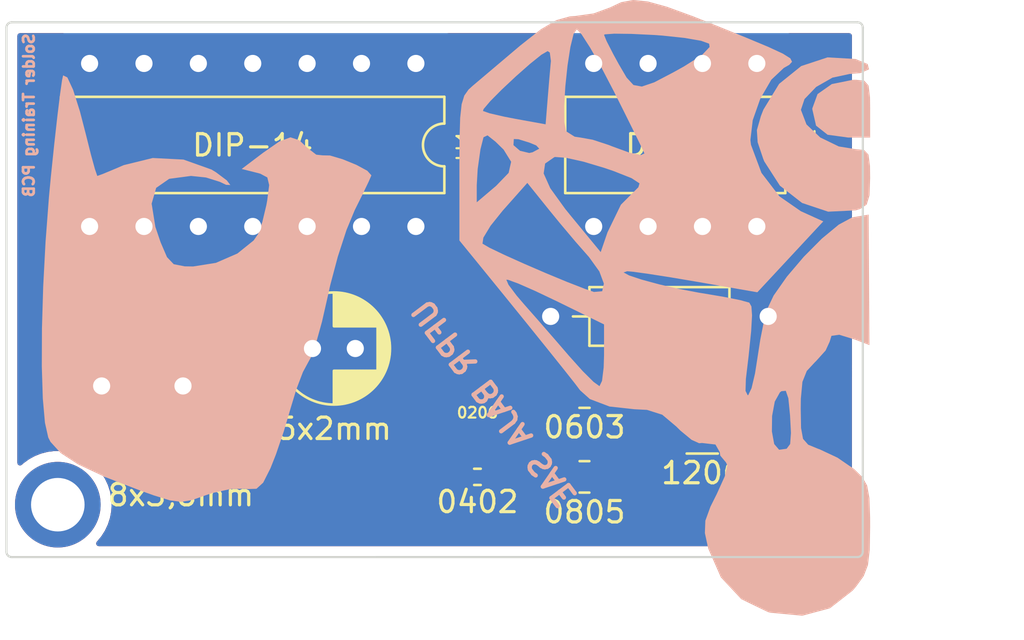
<source format=kicad_pcb>
(kicad_pcb (version 20211014) (generator pcbnew)
  (layers (0 "F.Cu" signal) (31 "B.Cu" signal) (34 "B.Paste" user) (35 "F.Paste" user) (36 "B.SilkS" user "B.Silkscreen") (37 "F.SilkS" user "F.Silkscreen") (38 "B.Mask" user) (39 "F.Mask" user) (44 "Edge.Cuts" user))
  (net 0 "")
  (net 1 "GND")
  (footprint "Package_DIP:DIP-14_W7.62mm_LongPads" (layer "F.Cu") (at 139.875 74.175 -90)
    (fp_text reference "U1" (at 3.81 -2.33 90) (layer "F.SilkS") (effects (font (size 0.8 0.8) (thickness 0.1))))
    (fp_text value "DIP-14" (at 3.825 7.625 180) (layer "F.SilkS"))
    (fp_line (start 1.56 16.57) (end 6.06 16.57) (layer "F.SilkS") (width 0.12))
    (fp_line (start 6.06 -1.33) (end 4.81 -1.33) (layer "F.SilkS") (width 0.12))
    (fp_line (start 6.06 16.57) (end 6.06 -1.33) (layer "F.SilkS") (width 0.12))
    (fp_line (start 1.56 -1.33) (end 1.56 16.57) (layer "F.SilkS") (width 0.12))
    (fp_line (start 2.81 -1.33) (end 1.56 -1.33) (layer "F.SilkS") (width 0.12))
    (fp_arc (start 4.81 -1.33) (mid 3.81 -0.33) (end 2.81 -1.33) (layer "F.SilkS") (width 0.12))
    (pad "1" thru_hole rect (at 0 0 270) (size 2.4 1.6) (drill 0.8) (layers *.Cu *.Mask) (net 1 "GND"))
    (pad "2" thru_hole oval (at 0 2.54 270) (size 2.4 1.6) (drill 0.8) (layers *.Cu *.Mask) (net 1 "GND"))
    (pad "3" thru_hole oval (at 0 5.08 270) (size 2.4 1.6) (drill 0.8) (layers *.Cu *.Mask) (net 1 "GND"))
    (pad "4" thru_hole oval (at 0 7.62 270) (size 2.4 1.6) (drill 0.8) (layers *.Cu *.Mask) (net 1 "GND"))
    (pad "5" thru_hole oval (at 0 10.16 270) (size 2.4 1.6) (drill 0.8) (layers *.Cu *.Mask) (net 1 "GND"))
    (pad "6" thru_hole oval (at 0 12.7 270) (size 2.4 1.6) (drill 0.8) (layers *.Cu *.Mask) (net 1 "GND"))
    (pad "7" thru_hole oval (at 0 15.24 270) (size 2.4 1.6) (drill 0.8) (layers *.Cu *.Mask) (net 1 "GND"))
    (pad "8" thru_hole oval (at 7.62 15.24 270) (size 2.4 1.6) (drill 0.8) (layers *.Cu *.Mask) (net 1 "GND"))
    (pad "9" thru_hole oval (at 7.62 12.7 270) (size 2.4 1.6) (drill 0.8) (layers *.Cu *.Mask) (net 1 "GND"))
    (pad "10" thru_hole oval (at 7.62 10.16 270) (size 2.4 1.6) (drill 0.8) (layers *.Cu *.Mask) (net 1 "GND"))
    (pad "11" thru_hole oval (at 7.62 7.62 270) (size 2.4 1.6) (drill 0.8) (layers *.Cu *.Mask) (net 1 "GND"))
    (pad "12" thru_hole oval (at 7.62 5.08 270) (size 2.4 1.6) (drill 0.8) (layers *.Cu *.Mask) (net 1 "GND"))
    (pad "13" thru_hole oval (at 7.62 2.54 270) (size 2.4 1.6) (drill 0.8) (layers *.Cu *.Mask) (net 1 "GND"))
    (pad "14" thru_hole oval (at 7.62 0 270) (size 2.4 1.6) (drill 0.8) (layers *.Cu *.Mask) (net 1 "GND"))
  )
  (footprint "Package_DIP:DIP-8_W7.62mm_LongPads" (layer "F.Cu") (at 155.8 74.175 -90)
    (fp_text reference "U2" (at 3.81 -2.33 90) (layer "F.SilkS") (effects (font (size 0.8 0.8) (thickness 0.1))))
    (fp_text value "DIP-8" (at 3.825 3.8 180) (layer "F.SilkS"))
    (fp_line (start 1.56 8.95) (end 6.06 8.95) (layer "F.SilkS") (width 0.12))
    (fp_line (start 1.56 -1.33) (end 1.56 8.95) (layer "F.SilkS") (width 0.12))
    (fp_line (start 6.06 -1.33) (end 4.81 -1.33) (layer "F.SilkS") (width 0.12))
    (fp_line (start 6.06 8.95) (end 6.06 -1.33) (layer "F.SilkS") (width 0.12))
    (fp_line (start 2.81 -1.33) (end 1.56 -1.33) (layer "F.SilkS") (width 0.12))
    (fp_arc (start 4.81 -1.33) (mid 3.81 -0.33) (end 2.81 -1.33) (layer "F.SilkS") (width 0.12))
    (pad "1" thru_hole rect (at 0 0 270) (size 2.4 1.6) (drill 0.8) (layers *.Cu *.Mask) (net 1 "GND"))
    (pad "2" thru_hole oval (at 0 2.54 270) (size 2.4 1.6) (drill 0.8) (layers *.Cu *.Mask) (net 1 "GND"))
    (pad "3" thru_hole oval (at 0 5.08 270) (size 2.4 1.6) (drill 0.8) (layers *.Cu *.Mask) (net 1 "GND"))
    (pad "4" thru_hole oval (at 0 7.62 270) (size 2.4 1.6) (drill 0.8) (layers *.Cu *.Mask) (net 1 "GND"))
    (pad "5" thru_hole oval (at 7.62 7.62 270) (size 2.4 1.6) (drill 0.8) (layers *.Cu *.Mask) (net 1 "GND"))
    (pad "6" thru_hole oval (at 7.62 5.08 270) (size 2.4 1.6) (drill 0.8) (layers *.Cu *.Mask) (net 1 "GND"))
    (pad "7" thru_hole oval (at 7.62 2.54 270) (size 2.4 1.6) (drill 0.8) (layers *.Cu *.Mask) (net 1 "GND"))
    (pad "8" thru_hole oval (at 7.62 0 270) (size 2.4 1.6) (drill 0.8) (layers *.Cu *.Mask) (net 1 "GND"))
  )
  (footprint "LOGO" (layer "F.Cu") (at 151.635107 85.204738 90)
    (fp_text reference "G***" hide)
    (fp_text value "LOGO" hide)
    (fp_poly (pts (xy 9.597745 7.000014) (xy 10.065909 7.666334) (xy 10.265373 8.652634) (xy 10.268086 8.794629) (xy 10.222462 9.188199) (xy 9.993615 9.384551) (xy 9.443575 9.451371) (xy 8.917022 9.457446) (xy 7.565958 9.457446) (xy 7.565958 8.430638) (xy 7.697326 7.469173) (xy 8.122963 6.930209) (xy 8.890172 6.755551) (xy 8.927691 6.755319)) (layer "B.SilkS") (width 0) (fill solid))
    (fp_poly (pts (xy 8.567968 4.353273) (xy 8.87234 4.47216) (xy 10.074928 5.204509) (xy 10.907749 6.237279) (xy 11.313821 7.466722) (xy 11.238421 8.780138) (xy 11.000426 9.342935) (xy 10.75333 9.404731) (xy 10.577051 8.997571) (xy 10.538298 8.499419) (xy 10.366108 7.696591) (xy 9.933194 6.937234) (xy 9.365043 6.391698) (xy 8.861751 6.223487) (xy 8.1793 6.483459) (xy 7.570912 7.124942) (xy 7.150381 7.990486) (xy 7.025532 8.76415) (xy 6.983879 9.175953) (xy 6.766433 9.381011) (xy 6.234466 9.450785) (xy 5.679617 9.457446) (xy 4.865286 9.428813) (xy 4.432667 9.295443) (xy 4.224087 8.986138) (xy 4.161658 8.771973) (xy 4.101093 7.49571) (xy 4.508482 6.278248) (xy 5.315145 5.242304) (xy 6.452402 4.510593) (xy 6.573887 4.46184) (xy 7.344601 4.202668) (xy 7.912534 4.166044)) (layer "B.SilkS") (width 0) (fill solid))
    (fp_poly (pts (xy 7.515606 -9.72145) (xy 8.486756 -9.692019) (xy 9.123651 -9.623168) (xy 9.529356 -9.498697) (xy 9.806933 -9.302405) (xy 9.975052 -9.119681) (xy 10.399843 -8.617632) (xy 11.043404 -7.85745) (xy 11.775176 -6.99335) (xy 11.862353 -6.890426) (xy 12.623987 -5.928247) (xy 13.056976 -5.195868) (xy 13.233139 -4.5602) (xy 13.2476 -4.323405) (xy 13.36971 -3.456161) (xy 13.645745 -2.702128) (xy 13.895402 -2.168186) (xy 13.995737 -1.613746) (xy 13.930043 -0.937117) (xy 13.681612 -0.036606) (xy 13.233734 1.189481) (xy 12.846371 2.163173) (xy 12.239069 3.659597) (xy 11.797981 4.713724) (xy 11.486598 5.384214) (xy 11.268406 5.72973) (xy 11.106895 5.808935) (xy 10.965552 5.68049) (xy 10.818033 5.422046) (xy 10.268382 4.840287) (xy 9.385872 4.327851) (xy 8.377735 3.973047) (xy 7.451204 3.864186) (xy 7.226287 3.891444) (xy 5.915939 4.380522) (xy 4.816567 5.221332) (xy 4.121586 6.222902) (xy 3.647873 7.268725) (xy 0.333317 4.188297) (xy 0.827362 1.351063) (xy 1.031321 0.141066) (xy 1.193458 -0.894589) (xy 1.241802 -1.24579) (xy 6.749014 -1.24579) (xy 6.822873 -1.085868) (xy 7.07598 -1.201669) (xy 7.084002 -1.205581) (xy 9.949919 -1.205581) (xy 10.147999 -0.62544) (xy 10.612273 0.260843) (xy 10.89048 0.761142) (xy 11.417461 1.596185) (xy 11.798925 1.958492) (xy 11.953643 1.935293) (xy 12.088964 1.56029) (xy 12.222467 0.787784) (xy 12.331689 -0.239699) (xy 12.361065 -0.649785) (xy 12.411221 -1.692827) (xy 12.421314 -2.49325) (xy 12.391041 -2.928189) (xy 12.366804 -2.972341) (xy 12.071537 -2.851182) (xy 11.465406 -2.540615) (xy 10.991934 -2.28169) (xy 10.367977 -1.916452) (xy 10.021941 -1.596834) (xy 9.949919 -1.205581) (xy 7.084002 -1.205581) (xy 7.714406 -1.513012) (xy 8.640947 -1.972059) (xy 9.72766 -2.515529) (xy 10.845294 -3.098734) (xy 11.766246 -3.621032) (xy 12.392291 -4.02384) (xy 12.62458 -4.243294) (xy 12.407457 -4.394434) (xy 11.794734 -4.544274) (xy 10.931059 -4.677654) (xy 9.961079 -4.779411) (xy 9.029443 -4.834382) (xy 8.280797 -4.827406) (xy 7.85979 -4.743319) (xy 7.859003 -4.742835) (xy 7.607055 -4.345867) (xy 7.565958 -4.070244) (xy 7.464539 -3.50319) (xy 7.215033 -2.743323) (xy 7.160639 -2.6087) (xy 6.861276 -1.788974) (xy 6.749014 -1.24579) (xy 1.241802 -1.24579) (xy 1.294022 -1.625155) (xy 1.317196 -1.89149) (xy 1.260926 -2.058842) (xy 1.120531 -1.79939) (xy 0.925713 -1.214632) (xy 0.706174 -0.406067) (xy 0.491617 0.524808) (xy 0.311742 1.476493) (xy 0.287821 1.626129) (xy 0.1213 2.614007) (xy -0.033941 3.389485) (xy -0.146954 3.799685) (xy -0.15548 3.815944) (xy -0.329885 3.912099) (xy -0.746649 3.9411) (xy -1.48441 3.899351) (xy -2.621804 3.78326) (xy -3.72148 3.652951) (xy -4.276342 3.636845) (xy -4.480327 3.738853) (xy -4.47063 3.763368) (xy -4.146905 3.918173) (xy -3.462123 4.079532) (xy -2.910852 4.165841) (xy -1.874959 4.326439) (xy -0.890976 4.521515) (xy -0.540425 4.607592) (xy 0.179842 4.947845) (xy 1.063873 5.567923) (xy 1.9914 6.356204) (xy 2.842153 7.201065) (xy 3.495864 7.990884) (xy 3.832264 8.614037) (xy 3.846834 8.679449) (xy 3.964902 9.387621) (xy 0.91463 9.405855) (xy -2.135643 9.424088) (xy -1.87846 8.747645) (xy -1.65187 8.012125) (xy -1.70279 7.650349) (xy -1.977866 7.565957) (xy -2.388536 7.377257) (xy -2.895656 6.920127) (xy -2.921824 6.890425) (xy -3.344031 6.498022) (xy -3.854871 6.293647) (xy -4.639016 6.220322) (xy -5.1113 6.214893) (xy -6.008647 6.229995) (xy -6.517797 6.322374) (xy -6.79094 6.56264) (xy -6.980262 7.021401) (xy -7.00411 7.093085) (xy -7.399345 7.935001) (xy -7.934697 8.714361) (xy -8.305808 9.095513) (xy -8.70382 9.318062) (xy -9.281578 9.424178) (xy -10.19193 9.456035) (xy -10.627887 9.457446) (xy -11.706982 9.439763) (xy -12.418846 9.355107) (xy -12.936322 9.156073) (xy -13.432251 8.795255) (xy -13.614007 8.638427) (xy -14.439041 7.578479) (xy -14.786261 6.286726) (xy -14.685947 5.224113) (xy -7.025532 5.224113) (xy -6.980068 5.55524) (xy -6.76011 5.72058) (xy -6.240308 5.758381) (xy -5.416069 5.715211) (xy -4.619356 5.636531) (xy -4.273379 5.517472) (xy -4.288449 5.318412) (xy -4.345654 5.242339) (xy -4.775326 5.002673) (xy -5.446522 4.877516) (xy -6.170717 4.868149) (xy -6.759387 4.975856) (xy -7.024005 5.201917) (xy -7.025532 5.224113) (xy -14.685947 5.224113) (xy -14.646032 4.801301) (xy -14.614408 4.678732) (xy -14.012877 3.43759) (xy -12.99177 2.483822) (xy -11.651239 1.894951) (xy -10.920292 1.737812) (xy -10.343832 1.759642) (xy -9.690233 1.99669) (xy -9.090501 2.295694) (xy -8.271471 2.666337) (xy -7.750912 2.787996) (xy -7.617276 2.720977) (xy -7.301363 2.4568) (xy -7.13812 2.431915) (xy -6.78299 2.231303) (xy -6.710844 1.603625) (xy -6.723497 1.469356) (xy -6.564221 1.117899) (xy -6.1271 0.588312) (xy -5.944874 0.405504) (xy -5.390951 -0.251609) (xy -5.163589 -0.965317) (xy -5.134042 -1.554489) (xy -5.006115 -2.717779) (xy -4.829028 -3.183784) (xy -4.053191 -3.183784) (xy -3.809199 -3.066468) (xy -3.181535 -2.98969) (xy -2.611002 -2.972341) (xy -1.168813 -2.972341) (xy -0.936708 -3.445213) (xy 0.348909 -3.445213) (xy 0.382502 -3.058427) (xy 0.738661 -2.979938) (xy 1.137598 -3.128451) (xy 2.212344 -3.128451) (xy 3.135329 -2.811144) (xy 4.427259 -2.184365) (xy 5.242743 -1.369085) (xy 5.423772 -1.315646) (xy 5.667466 -1.686305) (xy 5.998708 -2.524605) (xy 6.142091 -2.943013) (xy 6.438897 -3.935374) (xy 6.621965 -4.758895) (xy 6.657613 -5.256802) (xy 6.647499 -5.295482) (xy 6.367038 -5.70087) (xy 8.184958 -5.70087) (xy 9.429181 -5.601268) (xy 10.290814 -5.530006) (xy 10.980948 -5.46901) (xy 11.146277 -5.452961) (xy 11.539456 -5.506025) (xy 11.606884 -5.606915) (xy 11.434855 -5.900698) (xy 11.007254 -6.43166) (xy 10.432051 -7.083252) (xy 9.817216 -7.738925) (xy 9.27072 -8.282129) (xy 8.900532 -8.596318) (xy 8.808787 -8.627327) (xy 8.700121 -8.317421) (xy 8.54479 -7.647329) (xy 8.43972 -7.106286) (xy 8.184958 -5.70087) (xy 6.367038 -5.70087) (xy 6.351243 -5.7237) (xy 5.887455 -5.7917) (xy 5.19924 -5.48398) (xy 4.229707 -4.785035) (xy 3.953843 -4.561471) (xy 2.212344 -3.128451) (xy 1.137598 -3.128451) (xy 1.308815 -3.19219) (xy 1.984392 -3.677628) (xy 2.02768 -3.716676) (xy 2.702567 -4.309106) (xy 3.569222 -5.038561) (xy 4.142332 -5.5067) (xy 5.333663 -6.465109) (xy 6.844375 -6.465109) (xy 6.878116 -6.309718) (xy 7.045393 -5.997883) (xy 7.198197 -6.141079) (xy 7.328614 -6.456784) (xy 7.487634 -6.969517) (xy 7.496384 -7.185177) (xy 7.211564 -7.202966) (xy 6.946802 -6.89579) (xy 6.844375 -6.465109) (xy 5.333663 -6.465109) (xy 5.445262 -6.554889) (xy 4.141248 -7.711803) (xy 3.441473 -8.272583) (xy 2.886057 -8.608344) (xy 2.607067 -8.649191) (xy 2.417887 -8.326616) (xy 2.086168 -7.636128) (xy 1.67001 -6.711614) (xy 1.227508 -5.686963) (xy 0.816763 -4.696063) (xy 0.495871 -3.872802) (xy 0.348909 -3.445213) (xy -0.936708 -3.445213) (xy -0.074601 -5.201596) (xy 0.393885 -6.186805) (xy 0.739697 -6.973802) (xy 0.914603 -7.449623) (xy 0.922266 -7.536299) (xy 0.685176 -7.434122) (xy 0.183672 -7.057789) (xy -0.205321 -6.725661) (xy -0.982558 -6.041749) (xy -1.933521 -5.214806) (xy -2.644377 -4.602401) (xy -3.349931 -3.969213) (xy -3.855327 -3.46105) (xy -4.053111 -3.186115) (xy -4.053191 -3.183784) (xy -4.829028 -3.183784) (xy -4.658089 -3.63361) (xy -4.250202 -4.08938) (xy -3.932596 -4.329646) (xy -3.257577 -4.863051) (xy -2.286094 -5.640635) (xy -1.079097 -6.613439) (xy 0.302463 -7.732504) (xy 1.67569 -8.849468) (xy 1.758581 -8.917022) (xy 4.54039 -8.917022) (xy 5.310089 -8.011492) (xy 5.915152 -7.427694) (xy 6.433688 -7.31102) (xy 7.00305 -7.663744) (xy 7.3759 -8.045663) (xy 7.668517 -8.415856) (xy 7.578152 -8.601728) (xy 7.03162 -8.740156) (xy 7.001334 -8.746223) (xy 6.097378 -8.87335) (xy 5.343865 -8.917022) (xy 4.54039 -8.917022) (xy 1.758581 -8.917022) (xy 2.75326 -9.72766) (xy 6.10714 -9.72766)) (layer "B.SilkS") (width 0) (fill solid))
  )
  (footprint "Resistor_SMD:R_0402_1005Metric" (layer "F.Cu") (at 142.75 93.5)
    (fp_text reference "R2")
    (fp_text value "0402" (at 0 1.17) (layer "F.SilkS"))
    (fp_line (start -0.153641 0.38) (end 0.153641 0.38) (layer "F.SilkS") (width 0.12))
    (fp_line (start -0.153641 -0.38) (end 0.153641 -0.38) (layer "F.SilkS") (width 0.12))
    (pad "1" smd roundrect (at -0.51 0) (size 0.54 0.64) (layers "F.Cu" "F.Paste" "F.Mask") (net 1 "GND"))
    (pad "2" smd roundrect (at 0.51 0) (size 0.54 0.64) (layers "F.Cu" "F.Paste" "F.Mask") (net 1 "GND"))
  )
  (footprint "Resistor_SMD:R_0603_1608Metric" (layer "F.Cu") (at 147.75 89.75)
    (fp_text reference "R3")
    (fp_text value "0603" (at 0 1.43) (layer "F.SilkS"))
    (fp_line (start -0.237258 -0.5225) (end 0.237258 -0.5225) (layer "F.SilkS") (width 0.12))
    (fp_line (start -0.237258 0.5225) (end 0.237258 0.5225) (layer "F.SilkS") (width 0.12))
    (pad "1" smd roundrect (at -0.825 0) (size 0.8 0.95) (layers "F.Cu" "F.Paste" "F.Mask") (net 1 "GND"))
    (pad "2" smd roundrect (at 0.825 0) (size 0.8 0.95) (layers "F.Cu" "F.Paste" "F.Mask") (net 1 "GND"))
  )
  (footprint "Resistor_THT:R_Axial_DIN0207_L6.3mm_D2.5mm_P10.16mm_Horizontal" (layer "F.Cu") (at 146.17 86)
    (fp_text reference "R6")
    (fp_text value "AXIAL" (at 5.08 0) (layer "F.SilkS"))
    (fp_line (start 1.04 0) (end 1.81 0) (layer "F.SilkS") (width 0.12))
    (fp_line (start 1.81 1.37) (end 8.35 1.37) (layer "F.SilkS") (width 0.12))
    (fp_line (start 9.12 0) (end 8.35 0) (layer "F.SilkS") (width 0.12))
    (fp_line (start 1.81 -1.37) (end 1.81 1.37) (layer "F.SilkS") (width 0.12))
    (fp_line (start 8.35 -1.37) (end 1.81 -1.37) (layer "F.SilkS") (width 0.12))
    (fp_line (start 8.35 1.37) (end 8.35 -1.37) (layer "F.SilkS") (width 0.12))
    (pad "1" thru_hole circle (at 0 0) (size 1.6 1.6) (drill 0.8) (layers *.Cu *.Mask) (net 1 "GND"))
    (pad "2" thru_hole oval (at 10.16 0) (size 1.6 1.6) (drill 0.8) (layers *.Cu *.Mask) (net 1 "GND"))
  )
  (footprint "Resistor_SMD:R_0201_0603Metric" (layer "F.Cu") (at 142.75 89.75)
    (fp_text reference "R1")
    (fp_text value "0206" (at 0 0.75) (layer "F.SilkS") (effects (font (size 0.5 0.5) (thickness 0.1))))
    (pad "1" smd roundrect (at -0.32 0) (size 0.46 0.4) (layers "F.Cu" "F.Mask") (net 1 "GND"))
    (pad "2" smd roundrect (at 0.32 0) (size 0.46 0.4) (layers "F.Cu" "F.Mask") (net 1 "GND"))
  )
  (footprint "Capacitor_THT:CP_Radial_D5.0mm_P2.00mm" (layer "F.Cu") (at 135.044888 87.5)
    (fp_text reference "C1")
    (fp_text value "5x2mm" (at 1 3.75) (layer "F.SilkS"))
    (fp_line (start 3.321 -1.178) (end 3.321 1.178) (layer "F.SilkS") (width 0.12))
    (fp_line (start 3.001 1.04) (end 3.001 1.653) (layer "F.SilkS") (width 0.12))
    (fp_line (start 3.001 -1.653) (end 3.001 -1.04) (layer "F.SilkS") (width 0.12))
    (fp_line (start 1.36 1.04) (end 1.36 2.556) (layer "F.SilkS") (width 0.12))
    (fp_line (start 1 1.04) (end 1 2.58) (layer "F.SilkS") (width 0.12))
    (fp_line (start 2.841 -1.826) (end 2.841 -1.04) (layer "F.SilkS") (width 0.12))
    (fp_line (start 1.961 1.04) (end 1.961 2.398) (layer "F.SilkS") (width 0.12))
    (fp_line (start 2.561 -2.065) (end 2.561 -1.04) (layer "F.SilkS") (width 0.12))
    (fp_line (start 2.681 1.04) (end 2.681 1.971) (layer "F.SilkS") (width 0.12))
    (fp_line (start 1.04 1.04) (end 1.04 2.58) (layer "F.SilkS") (width 0.12))
    (fp_line (start 3.201 -1.383) (end 3.201 1.383) (layer "F.SilkS") (width 0.12))
    (fp_line (start 1.801 1.04) (end 1.801 2.455) (layer "F.SilkS") (width 0.12))
    (fp_line (start 2.921 -1.743) (end 2.921 -1.04) (layer "F.SilkS") (width 0.12))
    (fp_line (start 2.121 -2.329) (end 2.121 -1.04) (layer "F.SilkS") (width 0.12))
    (fp_line (start 1.48 -2.536) (end 1.48 -1.04) (layer "F.SilkS") (width 0.12))
    (fp_line (start 3.481 -0.805) (end 3.481 0.805) (layer "F.SilkS") (width 0.12))
    (fp_line (start 2.321 -2.224) (end 2.321 -1.04) (layer "F.SilkS") (width 0.12))
    (fp_line (start 1.761 -2.468) (end 1.761 -1.04) (layer "F.SilkS") (width 0.12))
    (fp_line (start 2.281 1.04) (end 2.281 2.247) (layer "F.SilkS") (width 0.12))
    (fp_line (start 3.281 -1.251) (end 3.281 1.251) (layer "F.SilkS") (width 0.12))
    (fp_line (start 1.6 1.04) (end 1.6 2.511) (layer "F.SilkS") (width 0.12))
    (fp_line (start 2.561 1.04) (end 2.561 2.065) (layer "F.SilkS") (width 0.12))
    (fp_line (start 2.961 1.04) (end 2.961 1.699) (layer "F.SilkS") (width 0.12))
    (fp_line (start 1.841 -2.442) (end 1.841 -1.04) (layer "F.SilkS") (width 0.12))
    (fp_line (start 1.32 -2.561) (end 1.32 -1.04) (layer "F.SilkS") (width 0.12))
    (fp_line (start 2.521 1.04) (end 2.521 2.095) (layer "F.SilkS") (width 0.12))
    (fp_line (start 1.16 1.04) (end 1.16 2.576) (layer "F.SilkS") (width 0.12))
    (fp_line (start 1.52 1.04) (end 1.52 2.528) (layer "F.SilkS") (width 0.12))
    (fp_line (start 3.161 -1.443) (end 3.161 1.443) (layer "F.SilkS") (width 0.12))
    (fp_line (start 1.2 1.04) (end 1.2 2.573) (layer "F.SilkS") (width 0.12))
    (fp_line (start 2.481 -2.122) (end 2.481 -1.04) (layer "F.SilkS") (width 0.12))
    (fp_line (start 2.081 1.04) (end 2.081 2.348) (layer "F.SilkS") (width 0.12))
    (fp_line (start 1.2 -2.573) (end 1.2 -1.04) (layer "F.SilkS") (width 0.12))
    (fp_line (start 2.121 1.04) (end 2.121 2.329) (layer "F.SilkS") (width 0.12))
    (fp_line (start 1.721 -2.48) (end 1.721 -1.04) (layer "F.SilkS") (width 0.12))
    (fp_line (start 2.401 -2.175) (end 2.401 -1.04) (layer "F.SilkS") (width 0.12))
    (fp_line (start 2.161 1.04) (end 2.161 2.31) (layer "F.SilkS") (width 0.12))
    (fp_line (start 1.24 -2.569) (end 1.24 -1.04) (layer "F.SilkS") (width 0.12))
    (fp_line (start 1.6 -2.511) (end 1.6 -1.04) (layer "F.SilkS") (width 0.12))
    (fp_line (start 2.401 1.04) (end 2.401 2.175) (layer "F.SilkS") (width 0.12))
    (fp_line (start 3.441 -0.915) (end 3.441 0.915) (layer "F.SilkS") (width 0.12))
    (fp_line (start 3.561 -0.518) (end 3.561 0.518) (layer "F.SilkS") (width 0.12))
    (fp_line (start 1.881 -2.428) (end 1.881 -1.04) (layer "F.SilkS") (width 0.12))
    (fp_line (start 2.361 -2.2) (end 2.361 -1.04) (layer "F.SilkS") (width 0.12))
    (fp_line (start 2.201 1.04) (end 2.201 2.29) (layer "F.SilkS") (width 0.12))
    (fp_line (start 2.721 1.04) (end 2.721 1.937) (layer "F.SilkS") (width 0.12))
    (fp_line (start 2.921 1.04) (end 2.921 1.743) (layer "F.SilkS") (width 0.12))
    (fp_line (start 1.08 1.04) (end 1.08 2.579) (layer "F.SilkS") (width 0.12))
    (fp_line (start 1.08 -2.579) (end 1.08 -1.04) (layer "F.SilkS") (width 0.12))
    (fp_line (start 2.601 -2.035) (end 2.601 -1.04) (layer "F.SilkS") (width 0.12))
    (fp_line (start 2.361 1.04) (end 2.361 2.2) (layer "F.SilkS") (width 0.12))
    (fp_line (start 1.52 -2.528) (end 1.52 -1.04) (layer "F.SilkS") (width 0.12))
    (fp_line (start 2.481 1.04) (end 2.481 2.122) (layer "F.SilkS") (width 0.12))
    (fp_line (start 2.961 -1.699) (end 2.961 -1.04) (layer "F.SilkS") (width 0.12))
    (fp_line (start 3.081 -1.554) (end 3.081 1.554) (layer "F.SilkS") (width 0.12))
    (fp_line (start 1.921 1.04) (end 1.921 2.414) (layer "F.SilkS") (width 0.12))
    (fp_line (start 1.32 1.04) (end 1.32 2.561) (layer "F.SilkS") (width 0.12))
    (fp_line (start 1.761 1.04) (end 1.761 2.468) (layer "F.SilkS") (width 0.12))
    (fp_line (start 1.961 -2.398) (end 1.961 -1.04) (layer "F.SilkS") (width 0.12))
    (fp_line (start 3.521 -0.677) (end 3.521 0.677) (layer "F.SilkS") (width 0.12))
    (fp_line (start 2.241 1.04) (end 2.241 2.268) (layer "F.SilkS") (width 0.12))
    (fp_line (start 1.64 -2.501) (end 1.64 -1.04) (layer "F.SilkS") (width 0.12))
    (fp_line (start -1.554775 -1.725) (end -1.554775 -1.225) (layer "F.SilkS") (width 0.12))
    (fp_line (start 2.801 -1.864) (end 2.801 -1.04) (layer "F.SilkS") (width 0.12))
    (fp_line (start 1.68 -2.491) (end 1.68 -1.04) (layer "F.SilkS") (width 0.12))
    (fp_line (start 2.201 -2.29) (end 2.201 -1.04) (layer "F.SilkS") (width 0.12))
    (fp_line (start 1.4 -2.55) (end 1.4 -1.04) (layer "F.SilkS") (width 0.12))
    (fp_line (start 1.24 1.04) (end 1.24 2.569) (layer "F.SilkS") (width 0.12))
    (fp_line (start 2.881 -1.785) (end 2.881 -1.04) (layer "F.SilkS") (width 0.12))
    (fp_line (start 3.241 -1.319) (end 3.241 1.319) (layer "F.SilkS") (width 0.12))
    (fp_line (start 2.641 1.04) (end 2.641 2.004) (layer "F.SilkS") (width 0.12))
    (fp_line (start 2.721 -1.937) (end 2.721 -1.04) (layer "F.SilkS") (width 0.12))
    (fp_line (start 3.041 -1.605) (end 3.041 1.605) (layer "F.SilkS") (width 0.12))
    (fp_line (start 1.921 -2.414) (end 1.921 -1.04) (layer "F.SilkS") (width 0.12))
    (fp_line (start 1.44 -2.543) (end 1.44 -1.04) (layer "F.SilkS") (width 0.12))
    (fp_line (start 1.16 -2.576) (end 1.16 -1.04) (layer "F.SilkS") (width 0.12))
    (fp_line (start 1.28 1.04) (end 1.28 2.565) (layer "F.SilkS") (width 0.12))
    (fp_line (start 1.801 -2.455) (end 1.801 -1.04) (layer "F.SilkS") (width 0.12))
    (fp_line (start 1.68 1.04) (end 1.68 2.491) (layer "F.SilkS") (width 0.12))
    (fp_line (start 1.04 -2.58) (end 1.04 -1.04) (layer "F.SilkS") (width 0.12))
    (fp_line (start 2.521 -2.095) (end 2.521 -1.04) (layer "F.SilkS") (width 0.12))
    (fp_line (start 1 -2.58) (end 1 -1.04) (layer "F.SilkS") (width 0.12))
    (fp_line (start 2.241 -2.268) (end 2.241 -1.04) (layer "F.SilkS") (width 0.12))
    (fp_line (start 3.401 -1.011) (end 3.401 1.011) (layer "F.SilkS") (width 0.12))
    (fp_line (start 1.28 -2.565) (end 1.28 -1.04) (layer "F.SilkS") (width 0.12))
    (fp_line (start 2.681 -1.971) (end 2.681 -1.04) (layer "F.SilkS") (width 0.12))
    (fp_line (start 1.64 1.04) (end 1.64 2.501) (layer "F.SilkS") (width 0.12))
    (fp_line (start 1.56 1.04) (end 1.56 2.52) (layer "F.SilkS") (width 0.12))
    (fp_line (start 3.361 -1.098) (end 3.361 1.098) (layer "F.SilkS") (width 0.12))
    (fp_line (start 2.761 -1.901) (end 2.761 -1.04) (layer "F.SilkS") (width 0.12))
    (fp_line (start 1.4 1.04) (end 1.4 2.55) (layer "F.SilkS") (width 0.12))
    (fp_line (start 1.44 1.04) (end 1.44 2.543) (layer "F.SilkS") (width 0.12))
    (fp_line (start 1.881 1.04) (end 1.881 2.428) (layer "F.SilkS") (width 0.12))
    (fp_line (start 2.001 1.04) (end 2.001 2.382) (layer "F.SilkS") (width 0.12))
    (fp_line (start 2.041 1.04) (end 2.041 2.365) (layer "F.SilkS") (width 0.12))
    (fp_line (start 2.041 -2.365) (end 2.041 -1.04) (layer "F.SilkS") (width 0.12))
    (fp_line (start 2.641 -2.004) (end 2.641 -1.04) (layer "F.SilkS") (width 0.12))
    (fp_line (start 1.12 1.04) (end 1.12 2.578) (layer "F.SilkS") (width 0.12))
    (fp_line (start 2.441 1.04) (end 2.441 2.149) (layer "F.SilkS") (width 0.12))
    (fp_line (start 2.281 -2.247) (end 2.281 -1.04) (layer "F.SilkS") (width 0.12))
    (fp_line (start 2.841 1.04) (end 2.841 1.826) (layer "F.SilkS") (width 0.12))
    (fp_line (start 2.881 1.04) (end 2.881 1.785) (layer "F.SilkS") (width 0.12))
    (fp_line (start 3.601 -0.284) (end 3.601 0.284) (layer "F.SilkS") (width 0.12))
    (fp_line (start 2.761 1.04) (end 2.761 1.901) (layer "F.SilkS") (width 0.12))
    (fp_line (start 1.48 1.04) (end 1.48 2.536) (layer "F.SilkS") (width 0.12))
    (fp_line (start 2.601 1.04) (end 2.601 2.035) (layer "F.SilkS") (width 0.12))
    (fp_line (start 1.721 1.04) (end 1.721 2.48) (layer "F.SilkS") (width 0.12))
    (fp_line (start 1.841 1.04) (end 1.841 2.442) (layer "F.SilkS") (width 0.12))
    (fp_line (start 2.801 1.04) (end 2.801 1.864) (layer "F.SilkS") (width 0.12))
    (fp_line (start 1.12 -2.578) (end 1.12 -1.04) (layer "F.SilkS") (width 0.12))
    (fp_line (start 1.56 -2.52) (end 1.56 -1.04) (layer "F.SilkS") (width 0.12))
    (fp_line (start 2.001 -2.382) (end 2.001 -1.04) (layer "F.SilkS") (width 0.12))
    (fp_line (start 3.121 -1.5) (end 3.121 1.5) (layer "F.SilkS") (width 0.12))
    (fp_line (start 2.081 -2.348) (end 2.081 -1.04) (layer "F.SilkS") (width 0.12))
    (fp_line (start 2.321 1.04) (end 2.321 2.224) (layer "F.SilkS") (width 0.12))
    (fp_line (start 2.161 -2.31) (end 2.161 -1.04) (layer "F.SilkS") (width 0.12))
    (fp_line (start 1.36 -2.556) (end 1.36 -1.04) (layer "F.SilkS") (width 0.12))
    (fp_line (start -1.804775 -1.475) (end -1.304775 -1.475) (layer "F.SilkS") (width 0.12))
    (fp_line (start 2.441 -2.149) (end 2.441 -1.04) (layer "F.SilkS") (width 0.12))
    (fp_circle (center 1 0) (end 3.62 0) (layer "F.SilkS") (width 0.12) (fill none))
    (pad "1" thru_hole rect (at 0 0) (size 1.6 1.6) (drill 0.8) (layers *.Cu *.Mask) (net 1 "GND"))
    (pad "2" thru_hole circle (at 2 0) (size 1.6 1.6) (drill 0.8) (layers *.Cu *.Mask) (net 1 "GND"))
  )
  (footprint "Resistor_SMD:R_0805_2012Metric" (layer "F.Cu") (at 147.75 93.5)
    (fp_text reference "R4")
    (fp_text value "0805" (at 0 1.65) (layer "F.SilkS"))
    (fp_line (start -0.227064 0.735) (end 0.227064 0.735) (layer "F.SilkS") (width 0.12))
    (fp_line (start -0.227064 -0.735) (end 0.227064 -0.735) (layer "F.SilkS") (width 0.12))
    (pad "1" smd roundrect (at -0.9125 0) (size 1.025 1.4) (layers "F.Cu" "F.Paste" "F.Mask") (roundrect_rratio 0.243902439) (net 1 "GND"))
    (pad "2" smd roundrect (at 0.9125 0) (size 1.025 1.4) (layers "F.Cu" "F.Paste" "F.Mask") (roundrect_rratio 0.243902439) (net 1 "GND"))
  )
  (footprint "Resistor_SMD:R_1206_3216Metric" (layer "F.Cu") (at 153.25 91.5)
    (fp_text reference "R5")
    (fp_text value "1206" (at 0 1.82) (layer "F.SilkS"))
    (fp_line (start -0.727064 -0.91) (end 0.727064 -0.91) (layer "F.SilkS") (width 0.12))
    (fp_line (start -0.727064 0.91) (end 0.727064 0.91) (layer "F.SilkS") (width 0.12))
    (pad "1" smd roundrect (at -1.4625 0) (size 1.125 1.75) (layers "F.Cu" "F.Paste" "F.Mask") (roundrect_rratio 0.2222222222) (net 1 "GND"))
    (pad "2" smd roundrect (at 1.4625 0) (size 1.125 1.75) (layers "F.Cu" "F.Paste" "F.Mask") (roundrect_rratio 0.2222222222) (net 1 "GND"))
  )
  (footprint "Capacitor_THT:CP_Radial_D8.0mm_P3.80mm" (layer "F.Cu") (at 125.197349 89.25)
    (fp_text reference "C2")
    (fp_text value "8x3,8mm" (at 3.702651 5.1) (layer "F.SilkS"))
    (fp_line (start 5.821 -1.229) (end 5.821 1.229) (layer "F.SilkS") (width 0.12))
    (fp_line (start 3.901 1.04) (end 3.901 3.562) (layer "F.SilkS") (width 0.12))
    (fp_line (start 5.501 -1.964) (end 5.501 1.964) (layer "F.SilkS") (width 0.12))
    (fp_line (start 4.101 -3.444) (end 4.101 -1.04) (layer "F.SilkS") (width 0.12))
    (fp_line (start 2.42 -4.048) (end 2.42 4.048) (layer "F.SilkS") (width 0.12))
    (fp_line (start 2.941 1.04) (end 2.941 3.947) (layer "F.SilkS") (width 0.12))
    (fp_line (start 2.58 -4.024) (end 2.58 4.024) (layer "F.SilkS") (width 0.12))
    (fp_line (start 3.341 1.04) (end 3.341 3.821) (layer "F.SilkS") (width 0.12))
    (fp_line (start 5.461 -2.034) (end 5.461 2.034) (layer "F.SilkS") (width 0.12))
    (fp_line (start 4.261 -3.338) (end 4.261 -1.04) (layer "F.SilkS") (width 0.12))
    (fp_line (start 2.981 -3.936) (end 2.981 -1.04) (layer "F.SilkS") (width 0.12))
    (fp_line (start 3.941 -3.54) (end 3.941 -1.04) (layer "F.SilkS") (width 0.12))
    (fp_line (start 2.18 -4.071) (end 2.18 4.071) (layer "F.SilkS") (width 0.12))
    (fp_line (start 4.461 1.04) (end 4.461 3.189) (layer "F.SilkS") (width 0.12))
    (fp_line (start 4.621 1.04) (end 4.621 3.055) (layer "F.SilkS") (width 0.12))
    (fp_line (start 1.9 -4.08) (end 1.9 4.08) (layer "F.SilkS") (width 0.12))
    (fp_line (start 3.941 1.04) (end 3.941 3.54) (layer "F.SilkS") (width 0.12))
    (fp_line (start 4.221 -3.365) (end 4.221 -1.04) (layer "F.SilkS") (width 0.12))
    (fp_line (start 5.021 -2.651) (end 5.021 2.651) (layer "F.SilkS") (width 0.12))
    (fp_line (start 3.981 1.04) (end 3.981 3.517) (layer "F.SilkS") (width 0.12))
    (fp_line (start 4.581 -3.09) (end 4.581 -1.04) (layer "F.SilkS") (width 0.12))
    (fp_line (start 4.501 -3.156) (end 4.501 -1.04) (layer "F.SilkS") (width 0.12))
    (fp_line (start 4.141 1.04) (end 4.141 3.418) (layer "F.SilkS") (width 0.12))
    (fp_line (start 4.021 1.04) (end 4.021 3.493) (layer "F.SilkS") (width 0.12))
    (fp_line (start 4.861 -2.826) (end 4.861 2.826) (layer "F.SilkS") (width 0.12))
    (fp_line (start 4.821 -2.867) (end 4.821 -1.04) (layer "F.SilkS") (width 0.12))
    (fp_line (start 3.061 -3.914) (end 3.061 -1.04) (layer "F.SilkS") (width 0.12))
    (fp_line (start 4.701 -2.983) (end 4.701 -1.04) (layer "F.SilkS") (width 0.12))
    (fp_line (start 3.421 1.04) (end 3.421 3.79) (layer "F.SilkS") (width 0.12))
    (fp_line (start 2.861 1.04) (end 2.861 3.967) (layer "F.SilkS") (width 0.12))
    (fp_line (start 4.501 1.04) (end 4.501 3.156) (layer "F.SilkS") (width 0.12))
    (fp_line (start 2.821 -3.976) (end 2.821 -1.04) (layer "F.SilkS") (width 0.12))
    (fp_line (start 3.621 1.04) (end 3.621 3.704) (layer "F.SilkS") (width 0.12))
    (fp_line (start 5.541 -1.89) (end 5.541 1.89) (layer "F.SilkS") (width 0.12))
    (fp_line (start 4.901 -2.784) (end 4.901 2.784) (layer "F.SilkS") (width 0.12))
    (fp_line (start 2.661 -4.01) (end 2.661 4.01) (layer "F.SilkS") (width 0.12))
    (fp_line (start 3.581 -3.722) (end 3.581 -1.04) (layer "F.SilkS") (width 0.12))
    (fp_line (start 4.381 -3.25) (end 4.381 -1.04) (layer "F.SilkS") (width 0.12))
    (fp_line (start 4.941 -2.741) (end 4.941 2.741) (layer "F.SilkS") (width 0.12))
    (fp_line (start 2.981 1.04) (end 2.981 3.936) (layer "F.SilkS") (width 0.12))
    (fp_line (start 4.061 -3.469) (end 4.061 -1.04) (layer "F.SilkS") (width 0.12))
    (fp_line (start 4.781 1.04) (end 4.781 2.907) (layer "F.SilkS") (width 0.12))
    (fp_line (start 3.501 -3.757) (end 3.501 -1.04) (layer "F.SilkS") (width 0.12))
    (fp_line (start 5.981 -0.533) (end 5.981 0.533) (layer "F.SilkS") (width 0.12))
    (fp_line (start 3.661 -3.686) (end 3.661 -1.04) (layer "F.SilkS") (width 0.12))
    (fp_line (start 5.581 -1.813) (end 5.581 1.813) (layer "F.SilkS") (width 0.12))
    (fp_line (start 4.421 -3.22) (end 4.421 -1.04) (layer "F.SilkS") (width 0.12))
    (fp_line (start 5.421 -2.102) (end 5.421 2.102) (layer "F.SilkS") (width 0.12))
    (fp_line (start 1.98 -4.08) (end 1.98 4.08) (layer "F.SilkS") (width 0.12))
    (fp_line (start 2.621 -4.017) (end 2.621 4.017) (layer "F.SilkS") (width 0.12))
    (fp_line (start 2.941 -3.947) (end 2.941 -1.04) (layer "F.SilkS") (width 0.12))
    (fp_line (start 5.061 -2.604) (end 5.061 2.604) (layer "F.SilkS") (width 0.12))
    (fp_line (start 2.38 -4.052) (end 2.38 4.052) (layer "F.SilkS") (width 0.12))
    (fp_line (start 3.701 1.04) (end 3.701 3.666) (layer "F.SilkS") (width 0.12))
    (fp_line (start 5.181 -2.454) (end 5.181 2.454) (layer "F.SilkS") (width 0.12))
    (fp_line (start 3.501 1.04) (end 3.501 3.757) (layer "F.SilkS") (width 0.12))
    (fp_line (start 2.06 -4.077) (end 2.06 4.077) (layer "F.SilkS") (width 0.12))
    (fp_line (start 3.021 1.04) (end 3.021 3.925) (layer "F.SilkS") (width 0.12))
    (fp_line (start 2.861 -3.967) (end 2.861 -1.04) (layer "F.SilkS") (width 0.12))
    (fp_line (start 4.341 1.04) (end 4.341 3.28) (layer "F.SilkS") (width 0.12))
    (fp_line (start 3.741 1.04) (end 3.741 3.647) (layer "F.SilkS") (width 0.12))
    (fp_line (start 5.381 -2.166) (end 5.381 2.166) (layer "F.SilkS") (width 0.12))
    (fp_line (start 4.181 -3.392) (end 4.181 -1.04) (layer "F.SilkS") (width 0.12))
    (fp_line (start 2.781 1.04) (end 2.781 3.985) (layer "F.SilkS") (width 0.12))
    (fp_line (start 3.541 -3.74) (end 3.541 -1.04) (layer "F.SilkS") (width 0.12))
    (fp_line (start 4.421 1.04) (end 4.421 3.22) (layer "F.SilkS") (width 0.12))
    (fp_line (start 4.101 1.04) (end 4.101 3.444) (layer "F.SilkS") (width 0.12))
    (fp_line (start 5.141 -2.505) (end 5.141 2.505) (layer "F.SilkS") (width 0.12))
    (fp_line (start 4.661 -3.019) (end 4.661 -1.04) (layer "F.SilkS") (width 0.12))
    (fp_line (start 3.821 -3.606) (end 3.821 -1.04) (layer "F.SilkS") (width 0.12))
    (fp_line (start 4.301 -3.309) (end 4.301 -1.04) (layer "F.SilkS") (width 0.12))
    (fp_line (start 2.1 -4.076) (end 2.1 4.076) (layer "F.SilkS") (width 0.12))
    (fp_line (start 3.461 1.04) (end 3.461 3.774) (layer "F.SilkS") (width 0.12))
    (fp_line (start 3.181 1.04) (end 3.181 3.877) (layer "F.SilkS") (width 0.12))
    (fp_line (start 2.02 -4.079) (end 2.02 4.079) (layer "F.SilkS") (width 0.12))
    (fp_line (start 2.3 -4.061) (end 2.3 4.061) (layer "F.SilkS") (width 0.12))
    (fp_line (start 3.701 -3.666) (end 3.701 -1.04) (layer "F.SilkS") (width 0.12))
    (fp_line (start 2.54 -4.03) (end 2.54 4.03) (layer "F.SilkS") (width 0.12))
    (fp_line (start 2.26 -4.065) (end 2.26 4.065) (layer "F.SilkS") (width 0.12))
    (fp_line (start 4.301 1.04) (end 4.301 3.309) (layer "F.SilkS") (width 0.12))
    (fp_line (start 3.861 -3.584) (end 3.861 -1.04) (layer "F.SilkS") (width 0.12))
    (fp_line (start 5.901 -0.948) (end 5.901 0.948) (layer "F.SilkS") (width 0.12))
    (fp_line (start 5.101 -2.556) (end 5.101 2.556) (layer "F.SilkS") (width 0.12))
    (fp_line (start 3.381 1.04) (end 3.381 3.805) (layer "F.SilkS") (width 0.12))
    (fp_line (start 4.821 1.04) (end 4.821 2.867) (layer "F.SilkS") (width 0.12))
    (fp_line (start 4.461 -3.189) (end 4.461 -1.04) (layer "F.SilkS") (width 0.12))
    (fp_line (start 2.741 -3.994) (end 2.741 3.994) (layer "F.SilkS") (width 0.12))
    (fp_line (start 4.741 1.04) (end 4.741 2.945) (layer "F.SilkS") (width 0.12))
    (fp_line (start 4.021 -3.493) (end 4.021 -1.04) (layer "F.SilkS") (width 0.12))
    (fp_line (start 3.221 1.04) (end 3.221 3.863) (layer "F.SilkS") (width 0.12))
    (fp_line (start 3.301 -3.835) (end 3.301 -1.04) (layer "F.SilkS") (width 0.12))
    (fp_line (start 4.701 1.04) (end 4.701 2.983) (layer "F.SilkS") (width 0.12))
    (fp_line (start 4.781 -2.907) (end 4.781 -1.04) (layer "F.SilkS") (width 0.12))
    (fp_line (start 3.821 1.04) (end 3.821 3.606) (layer "F.SilkS") (width 0.12))
    (fp_line (start 4.621 -3.055) (end 4.621 -1.04) (layer "F.SilkS") (width 0.12))
    (fp_line (start 3.101 1.04) (end 3.101 3.902) (layer "F.SilkS") (width 0.12))
    (fp_line (start 4.661 1.04) (end 4.661 3.019) (layer "F.SilkS") (width 0.12))
    (fp_line (start 5.341 -2.228) (end 5.341 2.228) (layer "F.SilkS") (width 0.12))
    (fp_line (start 2.901 1.04) (end 2.901 3.957) (layer "F.SilkS") (width 0.12))
    (fp_line (start 3.141 -3.889) (end 3.141 -1.04) (layer "F.SilkS") (width 0.12))
    (fp_line (start 3.101 -3.902) (end 3.101 -1.04) (layer "F.SilkS") (width 0.12))
    (fp_line (start 3.461 -3.774) (end 3.461 -1.04) (layer "F.SilkS") (width 0.12))
    (fp_line (start 4.581 1.04) (end 4.581 3.09) (layer "F.SilkS") (width 0.12))
    (fp_line (start 2.46 -4.042) (end 2.46 4.042) (layer "F.SilkS") (width 0.12))
    (fp_line (start 3.781 -3.627) (end 3.781 -1.04) (layer "F.SilkS") (width 0.12))
    (fp_line (start 5.861 -1.098) (end 5.861 1.098) (layer "F.SilkS") (width 0.12))
    (fp_line (start 3.421 -3.79) (end 3.421 -1.04) (layer "F.SilkS") (width 0.12))
    (fp_line (start 3.261 -3.85) (end 3.261 -1.04) (layer "F.SilkS") (width 0.12))
    (fp_line (start 4.181 1.04) (end 4.181 3.392) (layer "F.SilkS") (width 0.12))
    (fp_line (start 5.661 -1.645) (end 5.661 1.645) (layer "F.SilkS") (width 0.12))
    (fp_line (start 2.22 -4.068) (end 2.22 4.068) (layer "F.SilkS") (width 0.12))
    (fp_line (start 5.621 -1.731) (end 5.621 1.731) (layer "F.SilkS") (width 0.12))
    (fp_line (start 4.261 1.04) (end 4.261 3.338) (layer "F.SilkS") (width 0.12))
    (fp_line (start 4.221 1.04) (end 4.221 3.365) (layer "F.SilkS") (width 0.12))
    (fp_line (start 2.5 -4.037) (end 2.5 4.037) (layer "F.SilkS") (width 0.12))
    (fp_line (start 2.821 1.04) (end 2.821 3.976) (layer "F.SilkS") (width 0.12))
    (fp_line (start 1.94 -4.08) (end 1.94 4.08) (layer "F.SilkS") (width 0.12))
    (fp_line (start 5.701 -1.552) (end 5.701 1.552) (layer "F.SilkS") (width 0.12))
    (fp_line (start 2.701 -4.002) (end 2.701 4.002) (layer "F.SilkS") (width 0.12))
    (fp_line (start 5.261 -2.345) (end 5.261 2.345) (layer "F.SilkS") (width 0.12))
    (fp_line (start 5.301 -2.287) (end 5.301 2.287) (layer "F.SilkS") (width 0.12))
    (fp_line (start 3.541 1.04) (end 3.541 3.74) (layer "F.SilkS") (width 0.12))
    (fp_line (start 3.061 1.04) (end 3.061 3.914) (layer "F.SilkS") (width 0.12))
    (fp_line (start 3.741 -3.647) (end 3.741 -1.04) (layer "F.SilkS") (width 0.12))
    (fp_line (start 3.181 -3.877) (end 3.181 -1.04) (layer "F.SilkS") (width 0.12))
    (fp_line (start 4.541 1.04) (end 4.541 3.124) (layer "F.SilkS") (width 0.12))
    (fp_line (start 4.061 1.04) (end 4.061 3.469) (layer "F.SilkS") (width 0.12))
    (fp_line (start 3.981 -3.517) (end 3.981 -1.04) (layer "F.SilkS") (width 0.12))
    (fp_line (start 3.021 -3.925) (end 3.021 -1.04) (layer "F.SilkS") (width 0.12))
    (fp_line (start 3.141 1.04) (end 3.141 3.889) (layer "F.SilkS") (width 0.12))
    (fp_line (start 4.381 1.04) (end 4.381 3.25) (layer "F.SilkS") (width 0.12))
    (fp_line (start 5.941 -0.768) (end 5.941 0.768) (layer "F.SilkS") (width 0.12))
    (fp_line (start 5.741 -1.453) (end 5.741 1.453) (layer "F.SilkS") (width 0.12))
    (fp_line (start 3.301 1.04) (end 3.301 3.835) (layer "F.SilkS") (width 0.12))
    (fp_line (start 4.741 -2.945) (end 4.741 -1.04) (layer "F.SilkS") (width 0.12))
    (fp_line (start 5.221 -2.4) (end 5.221 2.4) (layer "F.SilkS") (width 0.12))
    (fp_line (start 4.341 -3.28) (end 4.341 -1.04) (layer "F.SilkS") (width 0.12))
    (fp_line (start 3.781 1.04) (end 3.781 3.627) (layer "F.SilkS") (width 0.12))
    (fp_line (start 4.141 -3.418) (end 4.141 -1.04) (layer "F.SilkS") (width 0.12))
    (fp_line (start 3.621 -3.704) (end 3.621 -1.04) (layer "F.SilkS") (width 0.12))
    (fp_line (start -2.509698 -2.315) (end -1.709698 -2.315) (layer "F.SilkS") (width 0.12))
    (fp_line (start 2.781 -3.985) (end 2.781 -1.04) (layer "F.SilkS") (width 0.12))
    (fp_line (start 2.34 -4.057) (end 2.34 4.057) (layer "F.SilkS") (width 0.12))
    (fp_line (start 4.541 -3.124) (end 4.541 -1.04) (layer "F.SilkS") (width 0.12))
    (fp_line (start 3.261 1.04) (end 3.261 3.85) (layer "F.SilkS") (width 0.12))
    (fp_line (start 3.861 1.04) (end 3.861 3.584) (layer "F.SilkS") (width 0.12))
    (fp_line (start 3.341 -3.821) (end 3.341 -1.04) (layer "F.SilkS") (width 0.12))
    (fp_line (start 3.381 -3.805) (end 3.381 -1.04) (layer "F.SilkS") (width 0.12))
    (fp_line (start 3.221 -3.863) (end 3.221 -1.04) (layer "F.SilkS") (width 0.12))
    (fp_line (start 5.781 -1.346) (end 5.781 1.346) (layer "F.SilkS") (width 0.12))
    (fp_line (start 3.581 1.04) (end 3.581 3.722) (layer "F.SilkS") (width 0.12))
    (fp_line (start 3.661 1.04) (end 3.661 3.686) (layer "F.SilkS") (width 0.12))
    (fp_line (start 4.981 -2.697) (end 4.981 2.697) (layer "F.SilkS") (width 0.12))
    (fp_line (start 3.901 -3.562) (end 3.901 -1.04) (layer "F.SilkS") (width 0.12))
    (fp_line (start 2.901 -3.957) (end 2.901 -1.04) (layer "F.SilkS") (width 0.12))
    (fp_line (start -2.109698 -2.715) (end -2.109698 -1.915) (layer "F.SilkS") (width 0.12))
    (fp_line (start 2.14 -4.074) (end 2.14 4.074) (layer "F.SilkS") (width 0.12))
    (fp_circle (center 1.9 0) (end 6.02 0) (layer "F.SilkS") (width 0.12) (fill none))
    (pad "1" thru_hole rect (at 0 0) (size 1.6 1.6) (drill 0.8) (layers *.Cu *.Mask) (net 1 "GND"))
    (pad "2" thru_hole circle (at 3.8 0) (size 1.6 1.6) (drill 0.8) (layers *.Cu *.Mask) (net 1 "GND"))
  )
  (footprint "LOGO" (layer "F.Cu") (at 130.428191 84.195019 90)
    (fp_text reference "G" hide)
    (fp_text value "LOGO" hide)
    (fp_poly (pts (xy -2.369084 -8.018801) (xy -0.401374 -7.960405) (xy 1.678199 -7.850906) (xy 3.786756 -7.691144) (xy 4.74359 -7.601007) (xy 6.245544 -7.444764) (xy 7.555285 -7.298501) (xy 8.585899 -7.172739) (xy 9.250471 -7.078001) (xy 9.462605 -7.029757) (xy 9.366498 -6.831666) (xy 8.789686 -6.564219) (xy 7.773707 -6.243374) (xy 6.680729 -5.960924) (xy 5.760615 -5.730818) (xy 5.081499 -5.54449) (xy 4.769841 -5.437001) (xy 4.7625 -5.429091) (xy 4.858349 -5.167898) (xy 5.102013 -4.582946) (xy 5.266689 -4.200821) (xy 5.600826 -2.844024) (xy 5.527266 -1.408374) (xy 5.06206 -0.101884) (xy 4.93411 0.109417) (xy 4.555307 0.614527) (xy 4.336752 0.781033) (xy 4.346925 0.58241) (xy 4.488608 0.281977) (xy 4.688682 -0.35603) (xy 4.7625 -1.058334) (xy 4.627366 -2.075343) (xy 4.204132 -2.683517) (xy 3.466054 -2.895102) (xy 2.386385 -2.722342) (xy 1.662492 -2.477596) (xy 0.966009 -2.177641) (xy 0.635776 -1.862584) (xy 0.536024 -1.350011) (xy 0.530156 -0.956242) (xy 0.698527 0.104003) (xy 1.136802 1.111189) (xy 1.747503 1.869531) (xy 2.036363 2.069054) (xy 2.597414 2.271377) (xy 3.40034 2.463348) (xy 3.627586 2.504309) (xy 4.334025 2.593794) (xy 4.690779 2.507835) (xy 4.865872 2.180515) (xy 4.914666 1.999386) (xy 5.087703 1.309952) (xy 5.843783 2.308622) (xy 6.375257 3.0718) (xy 6.566254 3.587396) (xy 6.433981 3.9978) (xy 6.091656 4.359978) (xy 5.756472 4.792185) (xy 5.7246 5.085427) (xy 5.717577 5.433408) (xy 5.543929 6.022911) (xy 5.280406 6.666767) (xy 5.003758 7.177811) (xy 4.790734 7.368874) (xy 4.788463 7.368359) (xy 4.485671 7.236836) (xy 3.856921 6.93484) (xy 3.166164 6.591752) (xy 2.235617 6.20603) (xy 0.99446 5.801999) (xy -0.345524 5.445728) (xy -0.897116 5.324128) (xy -2.050198 5.061762) (xy -3.037188 4.78803) (xy -3.72175 4.543259) (xy -3.930988 4.426751) (xy -4.404125 4.170898) (xy -5.210144 3.864611) (xy -6.085416 3.599423) (xy -7.18307 3.275335) (xy -8.254623 2.910734) (xy -8.89848 2.656257) (xy -9.574005 2.315583) (xy -9.861417 2.000514) (xy -9.874974 1.570406) (xy -9.858121 1.474988) (xy -9.870353 0.800831) (xy -10.059476 -0.065048) (xy -10.170874 -0.392891) (xy -10.390569 -1.013994) (xy -10.472567 -1.504561) (xy -10.403946 -2.038262) (xy -10.171782 -2.788765) (xy -9.945274 -3.424619) (xy -9.298175 -5.103629) (xy -8.725314 -6.323503) (xy -8.192727 -7.14309) (xy -7.666451 -7.621238) (xy -7.463663 -7.724581) (xy -6.77222 -7.878985) (xy -5.637388 -7.97893) (xy -4.142049 -8.025256)) (layer "B.SilkS") (width 0) (fill solid))
  )
  (gr_arc (start 121 97.25) (mid 120.823223 97.176777) (end 120.75 97) (layer "Edge.Cuts") (width 0.1))
  (gr_line (start 121 97.25) (end 160.498223 97.248223) (layer "Edge.Cuts") (width 0.1))
  (gr_line (start 160.5 72.25) (end 121 72.25) (layer "Edge.Cuts") (width 0.1))
  (gr_arc (start 120.75 72.5) (mid 120.823223 72.323223) (end 121 72.25) (layer "Edge.Cuts") (width 0.1))
  (gr_line (start 160.748223 96.998223) (end 160.75 72.5) (layer "Edge.Cuts") (width 0.1))
  (gr_arc (start 160.5 72.25) (mid 160.676777 72.323223) (end 160.75 72.5) (layer "Edge.Cuts") (width 0.1))
  (gr_arc (start 160.748223 96.998223) (mid 160.675 97.175) (end 160.498223 97.248223) (layer "Edge.Cuts") (width 0.1))
  (gr_line (start 120.75 72.5) (end 120.75 97) (layer "Edge.Cuts") (width 0.1))
  (gr_text "UFPR BAJA SAE" (at 143.55 90.05 127) (layer "B.SilkS") (effects (font (size 1 1) (thickness 0.2)) (justify mirror)))
  (gr_text "Solder Training PCB" (at 121.8 76.6 90) (layer "B.SilkS") (effects (font (size 0.5 0.5) (thickness 0.125)) (justify mirror)))
  (via (at 123.15 94.8) (size 4) (drill 2.5) (layers "F.Cu" "B.Cu") (net 0))
  (zone (net 1) (net_name "GND") (layer "F.Cu") (connect_pads (clearance 0.508)) (min_thickness 0.254) (fill yes (thermal_gap 0.6) (thermal_bridge_width 0.6))
    (polygon (pts (xy 160.75 97.25) (xy 120.75 97.25) (xy 120.75 72.25) (xy 160.75 72.25)))
  )
  (zone (net 1) (net_name "GND") (layer "B.Cu") (connect_pads yes (clearance 0.508)) (min_thickness 0.254) (fill yes (thermal_gap 0.6) (thermal_bridge_width 0.6))
    (polygon (pts (xy 160.75 97.25) (xy 120.75 97.25) (xy 120.75 72.25) (xy 160.75 72.25)))
  )
)
</source>
